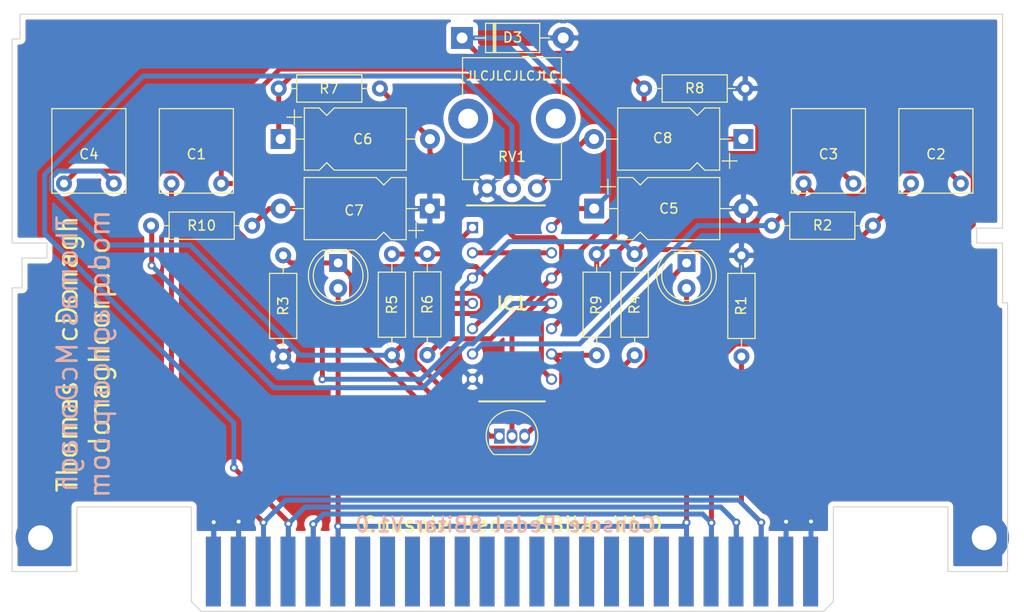
<source format=kicad_pcb>
(kicad_pcb (version 20171130) (host pcbnew "(5.1.7)-1")
  (layers (0 F.Cu signal) (31 B.Cu signal) (34 B.Paste user) (35 F.Paste user) (36 B.SilkS user) (37 F.SilkS user) (38 B.Mask user hide) (39 F.Mask user hide) (44 Edge.Cuts user))
  (net 0 "")
  (net 1 GND)
  (net 2 /LEDPower)
  (net 3 /Input)
  (net 4 /Output)
  (net 5 +9V)
  (net 6 "Net-(D1-Pad1)")
  (net 7 /pin5)
  (net 8 /pin6)
  (net 9 /pin3)
  (net 10 /pin4)
  (net 11 /pin12)
  (net 12 "Net-(C6-Pad1)")
  (net 13 "Net-(C7-Pad2)")
  (net 14 /pin10)
  (net 15 "Net-(C8-Pad2)")
  (net 16 /pin1)
  (net 17 /pin13)
  (net 18 /pin11)
  (net 19 /pin9)
  (module LED_THT:LED_D5.0mm (layer F.Cu) (at 115.25 95 270)
    (fp_text reference D1 hide)
    (fp_text value LED)
    (fp_line (start -1.29 -1.545) (end -1.29 1.545) (layer F.SilkS) (width 0.12))
    (fp_circle (center 1.27 0) (end 3.77 0) (layer F.SilkS) (width 0.12))
    (fp_arc (start 1.27 0) (end -1.29 -1.54483) (angle 148.9) (layer F.SilkS) (width 0.12))
    (fp_arc (start 1.27 0) (end -1.29 1.54483) (angle -148.9) (layer F.SilkS) (width 0.12))
    (pad 1 thru_hole rect (at 0 0 270) (size 1.8 1.8) (drill 0.9) (layers *.Cu *.Mask) (net 6 "Net-(D1-Pad1)"))
    (pad 2 thru_hole circle (at 2.54 0 270) (size 1.8 1.8) (drill 0.9) (layers *.Cu *.Mask) (net 2 /LEDPower))
  )
  (module LED_THT:LED_D5.0mm (layer F.Cu) (at 150.25 95 270)
    (fp_text reference D2 hide)
    (fp_text value LED)
    (fp_circle (center 1.27 0) (end 3.77 0) (layer F.SilkS) (width 0.12))
    (fp_line (start -1.29 -1.545) (end -1.29 1.545) (layer F.SilkS) (width 0.12))
    (fp_arc (start 1.27 0) (end -1.29 1.54483) (angle -148.9) (layer F.SilkS) (width 0.12))
    (fp_arc (start 1.27 0) (end -1.29 -1.54483) (angle 148.9) (layer F.SilkS) (width 0.12))
    (pad 2 thru_hole circle (at 2.54 0 270) (size 1.8 1.8) (drill 0.9) (layers *.Cu *.Mask) (net 2 /LEDPower))
    (pad 1 thru_hole rect (at 0 0 270) (size 1.8 1.8) (drill 0.9) (layers *.Cu *.Mask) (net 6 "Net-(D1-Pad1)"))
  )
  (module libraries:N64-Connector (layer F.Cu) (at 132.715 126)
    (fp_text reference J1 hide)
    (fp_text value Conn_02x25_Counter_Clockwise)
    (pad 1 connect rect (at -30 0) (size 1.5 7) (layers F.Cu F.Mask) (net 1 GND))
    (pad 2 connect rect (at -27.5 0) (size 1.5 7) (layers F.Cu F.Mask) (net 1 GND))
    (pad 3 connect rect (at -25 0) (size 1.5 7) (layers F.Cu F.Mask) (net 3 /Input))
    (pad 4 connect rect (at -22.5 0) (size 1.5 7) (layers F.Cu F.Mask) (net 4 /Output))
    (pad 5 connect rect (at -20 0) (size 1.5 7) (layers F.Cu F.Mask) (net 5 +9V))
    (pad 6 connect rect (at -17.5 0) (size 1.5 7) (layers F.Cu F.Mask) (net 2 /LEDPower))
    (pad 7 connect rect (at -15 0) (size 1.5 7) (layers F.Cu F.Mask))
    (pad 8 connect rect (at -12.5 0) (size 1.5 7) (layers F.Cu F.Mask))
    (pad 9 connect rect (at -10 0) (size 1.5 7) (layers F.Cu F.Mask))
    (pad 10 connect rect (at -7.5 0) (size 1.5 7) (layers F.Cu F.Mask))
    (pad 11 connect rect (at -5 0) (size 1.5 7) (layers F.Cu F.Mask))
    (pad 12 connect rect (at -2.5 0) (size 1.5 7) (layers F.Cu F.Mask))
    (pad 13 connect rect (at 0 0) (size 1.5 7) (layers F.Cu F.Mask))
    (pad 14 connect rect (at 2.5 0) (size 1.5 7) (layers F.Cu F.Mask))
    (pad 15 connect rect (at 5 0) (size 1.5 7) (layers F.Cu F.Mask))
    (pad 16 connect rect (at 7.5 0) (size 1.5 7) (layers F.Cu F.Mask))
    (pad 17 connect rect (at 10 0) (size 1.5 7) (layers F.Cu F.Mask))
    (pad 18 connect rect (at 12.5 0) (size 1.5 7) (layers F.Cu F.Mask))
    (pad 19 connect rect (at 15 0) (size 1.5 7) (layers F.Cu F.Mask))
    (pad 20 connect rect (at 17.5 0) (size 1.5 7) (layers F.Cu F.Mask) (net 2 /LEDPower))
    (pad 21 connect rect (at 20 0) (size 1.5 7) (layers F.Cu F.Mask) (net 5 +9V))
    (pad 22 connect rect (at 22.5 0) (size 1.5 7) (layers F.Cu F.Mask) (net 4 /Output))
    (pad 23 connect rect (at 25 0) (size 1.5 7) (layers F.Cu F.Mask) (net 3 /Input))
    (pad 24 connect rect (at 27.5 0) (size 1.5 7) (layers F.Cu F.Mask) (net 1 GND))
    (pad 25 connect rect (at 30 0) (size 1.5 7) (layers F.Cu F.Mask) (net 1 GND))
    (pad 26 connect rect (at -30 0) (size 1.5 7) (layers B.Cu B.Mask) (net 1 GND))
    (pad 27 connect rect (at -27.5 0) (size 1.5 7) (layers B.Cu B.Mask) (net 1 GND))
    (pad 28 connect rect (at -25 0) (size 1.5 7) (layers B.Cu B.Mask) (net 3 /Input))
    (pad 29 connect rect (at -22.5 0) (size 1.5 7) (layers B.Cu B.Mask) (net 4 /Output))
    (pad 30 connect rect (at -20 0) (size 1.5 7) (layers B.Cu B.Mask) (net 5 +9V))
    (pad 31 connect rect (at -17.5 0) (size 1.5 7) (layers B.Cu B.Mask) (net 2 /LEDPower))
    (pad 32 connect rect (at -15 0) (size 1.5 7) (layers B.Cu B.Mask))
    (pad 33 connect rect (at -12.5 0) (size 1.5 7) (layers B.Cu B.Mask))
    (pad 34 connect rect (at -10 0) (size 1.5 7) (layers B.Cu B.Mask))
    (pad 35 connect rect (at -7.5 0) (size 1.5 7) (layers B.Cu B.Mask))
    (pad 36 connect rect (at -5 0) (size 1.5 7) (layers B.Cu B.Mask))
    (pad 37 connect rect (at -2.5 0) (size 1.5 7) (layers B.Cu B.Mask))
    (pad 38 connect rect (at 0 0) (size 1.5 7) (layers B.Cu B.Mask))
    (pad 39 connect rect (at 2.5 0) (size 1.5 7) (layers B.Cu B.Mask))
    (pad 40 connect rect (at 5 0) (size 1.5 7) (layers B.Cu B.Mask))
    (pad 41 connect rect (at 7.5 0) (size 1.5 7) (layers B.Cu B.Mask))
    (pad 42 connect rect (at 10 0) (size 1.5 7) (layers B.Cu B.Mask))
    (pad 43 connect rect (at 12.5 0) (size 1.5 7) (layers B.Cu B.Mask))
    (pad 44 connect rect (at 15 0) (size 1.5 7) (layers B.Cu B.Mask))
    (pad 45 connect rect (at 17.5 0) (size 1.5 7) (layers B.Cu B.Mask) (net 2 /LEDPower))
    (pad 46 connect rect (at 20 0) (size 1.5 7) (layers B.Cu B.Mask) (net 5 +9V))
    (pad 47 connect rect (at 22.5 0) (size 1.5 7) (layers B.Cu B.Mask) (net 4 /Output))
    (pad 48 connect rect (at 25 0) (size 1.5 7) (layers B.Cu B.Mask) (net 3 /Input))
    (pad 49 connect rect (at 27.5 0) (size 1.5 7) (layers B.Cu B.Mask) (net 1 GND))
    (pad 50 connect rect (at 30 0) (size 1.5 7) (layers B.Cu B.Mask) (net 1 GND))
  )
  (module MountingHole:MountingHole_2.5mm_Pad (layer F.Cu) (at 85.35 122.6)
    (fp_text reference H1 hide)
    (fp_text value MountingHole_Pad)
    (pad 1 thru_hole circle (at 0 0) (size 5 5) (drill 2.5) (layers *.Cu *.Mask) (net 1 GND))
  )
  (module MountingHole:MountingHole_2.5mm_Pad (layer F.Cu) (at 180.15 122.6)
    (fp_text reference H2 hide)
    (fp_text value MountingHole_Pad)
    (pad 1 thru_hole circle (at 0 0) (size 5 5) (drill 2.5) (layers *.Cu *.Mask) (net 1 GND))
  )
  (module Resistor_THT:R_Axial_DIN0207_L6.3mm_D2.5mm_P10.16mm_Horizontal (layer F.Cu) (at 109.728 104.394 90)
    (fp_text reference R3 (at 5.08 0 90) (layer F.SilkS))
    (fp_text value 100K)
    (fp_line (start 9.12 0) (end 8.35 0) (layer F.SilkS) (width 0.12))
    (fp_line (start 1.04 0) (end 1.81 0) (layer F.SilkS) (width 0.12))
    (fp_line (start 8.35 -1.37) (end 1.81 -1.37) (layer F.SilkS) (width 0.12))
    (fp_line (start 8.35 1.37) (end 8.35 -1.37) (layer F.SilkS) (width 0.12))
    (fp_line (start 1.81 1.37) (end 8.35 1.37) (layer F.SilkS) (width 0.12))
    (fp_line (start 1.81 -1.37) (end 1.81 1.37) (layer F.SilkS) (width 0.12))
    (pad 1 thru_hole circle (at 0 0 90) (size 1.6 1.6) (drill 0.8) (layers *.Cu *.Mask) (net 1 GND))
    (pad 2 thru_hole oval (at 10.16 0 90) (size 1.6 1.6) (drill 0.8) (layers *.Cu *.Mask) (net 6 "Net-(D1-Pad1)"))
  )
  (module libraries:C_Flat_L7.2_H6.5 (layer F.Cu) (at 103.505 86.614 180)
    (fp_text reference C1 (at 2.5 2.54) (layer F.SilkS))
    (fp_text value 0.1uF)
    (fp_line (start -1.22 -1.37) (end 6.22 -1.37) (layer F.SilkS) (width 0.12))
    (fp_line (start -1.22 7.12) (end 6.22 7.12) (layer F.SilkS) (width 0.12))
    (fp_line (start -1.22 -1.37) (end -1.22 7.12) (layer F.SilkS) (width 0.12))
    (fp_line (start 6.22 -1.37) (end 6.22 7.12) (layer F.SilkS) (width 0.12))
    (pad 1 thru_hole circle (at 0 -0.4 180) (size 1.6 1.6) (drill 0.8) (layers *.Cu *.Mask) (net 7 /pin5))
    (pad 2 thru_hole circle (at 5 -0.4 180) (size 1.6 1.6) (drill 0.8) (layers *.Cu *.Mask) (net 3 /Input))
  )
  (module libraries:C_Flat_L7.2_H6.5 (layer F.Cu) (at 177.8 86.614 180)
    (fp_text reference C2 (at 2.5 2.54) (layer F.SilkS))
    (fp_text value 2200pF)
    (fp_line (start 6.22 -1.37) (end 6.22 7.12) (layer F.SilkS) (width 0.12))
    (fp_line (start -1.22 -1.37) (end -1.22 7.12) (layer F.SilkS) (width 0.12))
    (fp_line (start -1.22 7.12) (end 6.22 7.12) (layer F.SilkS) (width 0.12))
    (fp_line (start -1.22 -1.37) (end 6.22 -1.37) (layer F.SilkS) (width 0.12))
    (pad 2 thru_hole circle (at 5 -0.4 180) (size 1.6 1.6) (drill 0.8) (layers *.Cu *.Mask) (net 7 /pin5))
    (pad 1 thru_hole circle (at 0 -0.4 180) (size 1.6 1.6) (drill 0.8) (layers *.Cu *.Mask) (net 8 /pin6))
  )
  (module libraries:C_Flat_L7.2_H6.5 (layer F.Cu) (at 167.005 86.614 180)
    (fp_text reference C3 (at 2.5 2.54) (layer F.SilkS))
    (fp_text value 0.1uF)
    (fp_line (start -1.22 -1.37) (end 6.22 -1.37) (layer F.SilkS) (width 0.12))
    (fp_line (start -1.22 7.12) (end 6.22 7.12) (layer F.SilkS) (width 0.12))
    (fp_line (start -1.22 -1.37) (end -1.22 7.12) (layer F.SilkS) (width 0.12))
    (fp_line (start 6.22 -1.37) (end 6.22 7.12) (layer F.SilkS) (width 0.12))
    (pad 1 thru_hole circle (at 0 -0.4 180) (size 1.6 1.6) (drill 0.8) (layers *.Cu *.Mask) (net 9 /pin3))
    (pad 2 thru_hole circle (at 5 -0.4 180) (size 1.6 1.6) (drill 0.8) (layers *.Cu *.Mask) (net 8 /pin6))
  )
  (module libraries:C_Flat_L7.2_H6.5 (layer F.Cu) (at 92.71 86.614 180)
    (fp_text reference C4 (at 2.5 2.54) (layer F.SilkS))
    (fp_text value 4700pF)
    (fp_line (start 6.22 -1.37) (end 6.22 7.12) (layer F.SilkS) (width 0.12))
    (fp_line (start -1.22 -1.37) (end -1.22 7.12) (layer F.SilkS) (width 0.12))
    (fp_line (start -1.22 7.12) (end 6.22 7.12) (layer F.SilkS) (width 0.12))
    (fp_line (start -1.22 -1.37) (end 6.22 -1.37) (layer F.SilkS) (width 0.12))
    (pad 2 thru_hole circle (at 5 -0.4 180) (size 1.6 1.6) (drill 0.8) (layers *.Cu *.Mask) (net 9 /pin3))
    (pad 1 thru_hole circle (at 0 -0.4 180) (size 1.6 1.6) (drill 0.8) (layers *.Cu *.Mask) (net 10 /pin4))
  )
  (module Capacitor_THT:CP_Axial_L10.0mm_D6.0mm_P15.00mm_Horizontal (layer F.Cu) (at 140.97 89.535)
    (fp_text reference C5 (at 7.5 0) (layer F.SilkS))
    (fp_text value 10uF)
    (fp_line (start 0.63 -2.2) (end 2.13 -2.2) (layer F.SilkS) (width 0.12))
    (fp_line (start 1.38 -2.95) (end 1.38 -1.45) (layer F.SilkS) (width 0.12))
    (fp_line (start 2.38 -3.12) (end 2.38 3.12) (layer F.SilkS) (width 0.12))
    (fp_line (start 12.62 -3.12) (end 12.62 3.12) (layer F.SilkS) (width 0.12))
    (fp_line (start 2.38 -3.12) (end 3.88 -3.12) (layer F.SilkS) (width 0.12))
    (fp_line (start 3.88 -3.12) (end 4.63 -2.37) (layer F.SilkS) (width 0.12))
    (fp_line (start 4.63 -2.37) (end 5.38 -3.12) (layer F.SilkS) (width 0.12))
    (fp_line (start 5.38 -3.12) (end 12.62 -3.12) (layer F.SilkS) (width 0.12))
    (fp_line (start 2.38 3.12) (end 3.88 3.12) (layer F.SilkS) (width 0.12))
    (fp_line (start 3.88 3.12) (end 4.63 2.37) (layer F.SilkS) (width 0.12))
    (fp_line (start 4.63 2.37) (end 5.38 3.12) (layer F.SilkS) (width 0.12))
    (fp_line (start 5.38 3.12) (end 12.62 3.12) (layer F.SilkS) (width 0.12))
    (fp_line (start 1.24 0) (end 2.38 0) (layer F.SilkS) (width 0.12))
    (fp_line (start 13.76 0) (end 12.62 0) (layer F.SilkS) (width 0.12))
    (pad 2 thru_hole oval (at 15 0) (size 2 2) (drill 1) (layers *.Cu *.Mask) (net 1 GND))
    (pad 1 thru_hole rect (at 0 0) (size 2 2) (drill 1) (layers *.Cu *.Mask) (net 5 +9V))
  )
  (module Capacitor_THT:CP_Axial_L10.0mm_D6.0mm_P15.00mm_Horizontal (layer F.Cu) (at 109.474 82.55)
    (fp_text reference C6 (at 8.255 0) (layer F.SilkS))
    (fp_text value 100pF)
    (fp_line (start 0.63 -2.2) (end 2.13 -2.2) (layer F.SilkS) (width 0.12))
    (fp_line (start 1.38 -2.95) (end 1.38 -1.45) (layer F.SilkS) (width 0.12))
    (fp_line (start 2.38 -3.12) (end 2.38 3.12) (layer F.SilkS) (width 0.12))
    (fp_line (start 12.62 -3.12) (end 12.62 3.12) (layer F.SilkS) (width 0.12))
    (fp_line (start 2.38 -3.12) (end 3.88 -3.12) (layer F.SilkS) (width 0.12))
    (fp_line (start 3.88 -3.12) (end 4.63 -2.37) (layer F.SilkS) (width 0.12))
    (fp_line (start 4.63 -2.37) (end 5.38 -3.12) (layer F.SilkS) (width 0.12))
    (fp_line (start 5.38 -3.12) (end 12.62 -3.12) (layer F.SilkS) (width 0.12))
    (fp_line (start 2.38 3.12) (end 3.88 3.12) (layer F.SilkS) (width 0.12))
    (fp_line (start 3.88 3.12) (end 4.63 2.37) (layer F.SilkS) (width 0.12))
    (fp_line (start 4.63 2.37) (end 5.38 3.12) (layer F.SilkS) (width 0.12))
    (fp_line (start 5.38 3.12) (end 12.62 3.12) (layer F.SilkS) (width 0.12))
    (fp_line (start 1.24 0) (end 2.38 0) (layer F.SilkS) (width 0.12))
    (fp_line (start 13.76 0) (end 12.62 0) (layer F.SilkS) (width 0.12))
    (pad 2 thru_hole oval (at 15 0) (size 2 2) (drill 1) (layers *.Cu *.Mask) (net 11 /pin12))
    (pad 1 thru_hole rect (at 0 0) (size 2 2) (drill 1) (layers *.Cu *.Mask) (net 12 "Net-(C6-Pad1)"))
  )
  (module Capacitor_THT:CP_Axial_L10.0mm_D6.0mm_P15.00mm_Horizontal (layer F.Cu) (at 124.46 89.535 180)
    (fp_text reference C7 (at 7.614999 -0.188001) (layer F.SilkS))
    (fp_text value 1000pF)
    (fp_line (start 13.76 0) (end 12.62 0) (layer F.SilkS) (width 0.12))
    (fp_line (start 1.24 0) (end 2.38 0) (layer F.SilkS) (width 0.12))
    (fp_line (start 5.38 3.12) (end 12.62 3.12) (layer F.SilkS) (width 0.12))
    (fp_line (start 4.63 2.37) (end 5.38 3.12) (layer F.SilkS) (width 0.12))
    (fp_line (start 3.88 3.12) (end 4.63 2.37) (layer F.SilkS) (width 0.12))
    (fp_line (start 2.38 3.12) (end 3.88 3.12) (layer F.SilkS) (width 0.12))
    (fp_line (start 5.38 -3.12) (end 12.62 -3.12) (layer F.SilkS) (width 0.12))
    (fp_line (start 4.63 -2.37) (end 5.38 -3.12) (layer F.SilkS) (width 0.12))
    (fp_line (start 3.88 -3.12) (end 4.63 -2.37) (layer F.SilkS) (width 0.12))
    (fp_line (start 2.38 -3.12) (end 3.88 -3.12) (layer F.SilkS) (width 0.12))
    (fp_line (start 12.62 -3.12) (end 12.62 3.12) (layer F.SilkS) (width 0.12))
    (fp_line (start 2.38 -3.12) (end 2.38 3.12) (layer F.SilkS) (width 0.12))
    (fp_line (start 1.38 -2.95) (end 1.38 -1.45) (layer F.SilkS) (width 0.12))
    (fp_line (start 0.63 -2.2) (end 2.13 -2.2) (layer F.SilkS) (width 0.12))
    (pad 1 thru_hole rect (at 0 0 180) (size 2 2) (drill 1) (layers *.Cu *.Mask) (net 1 GND))
    (pad 2 thru_hole oval (at 15 0 180) (size 2 2) (drill 1) (layers *.Cu *.Mask) (net 13 "Net-(C7-Pad2)"))
  )
  (module Capacitor_THT:CP_Axial_L10.0mm_D6.0mm_P15.00mm_Horizontal (layer F.Cu) (at 155.956 82.55 180)
    (fp_text reference C8 (at 8.104999 0.096999) (layer F.SilkS))
    (fp_text value 10uF)
    (fp_line (start 13.76 0) (end 12.62 0) (layer F.SilkS) (width 0.12))
    (fp_line (start 1.24 0) (end 2.38 0) (layer F.SilkS) (width 0.12))
    (fp_line (start 5.38 3.12) (end 12.62 3.12) (layer F.SilkS) (width 0.12))
    (fp_line (start 4.63 2.37) (end 5.38 3.12) (layer F.SilkS) (width 0.12))
    (fp_line (start 3.88 3.12) (end 4.63 2.37) (layer F.SilkS) (width 0.12))
    (fp_line (start 2.38 3.12) (end 3.88 3.12) (layer F.SilkS) (width 0.12))
    (fp_line (start 5.38 -3.12) (end 12.62 -3.12) (layer F.SilkS) (width 0.12))
    (fp_line (start 4.63 -2.37) (end 5.38 -3.12) (layer F.SilkS) (width 0.12))
    (fp_line (start 3.88 -3.12) (end 4.63 -2.37) (layer F.SilkS) (width 0.12))
    (fp_line (start 2.38 -3.12) (end 3.88 -3.12) (layer F.SilkS) (width 0.12))
    (fp_line (start 12.62 -3.12) (end 12.62 3.12) (layer F.SilkS) (width 0.12))
    (fp_line (start 2.38 -3.12) (end 2.38 3.12) (layer F.SilkS) (width 0.12))
    (fp_line (start 1.38 -2.95) (end 1.38 -1.45) (layer F.SilkS) (width 0.12))
    (fp_line (start 0.63 -2.2) (end 2.13 -2.2) (layer F.SilkS) (width 0.12))
    (pad 1 thru_hole rect (at 0 0 180) (size 2 2) (drill 1) (layers *.Cu *.Mask) (net 14 /pin10))
    (pad 2 thru_hole oval (at 15 0 180) (size 2 2) (drill 1) (layers *.Cu *.Mask) (net 15 "Net-(C8-Pad2)"))
  )
  (module Diode_THT:D_DO-41_SOD81_P10.16mm_Horizontal (layer F.Cu) (at 127.6985 72.39)
    (fp_text reference D3 (at 5.08 -0.050201) (layer F.SilkS))
    (fp_text value 1N4001)
    (fp_line (start 3.14 -1.47) (end 3.14 1.47) (layer F.SilkS) (width 0.12))
    (fp_line (start 3.38 -1.47) (end 3.38 1.47) (layer F.SilkS) (width 0.12))
    (fp_line (start 3.26 -1.47) (end 3.26 1.47) (layer F.SilkS) (width 0.12))
    (fp_line (start 8.82 0) (end 7.8 0) (layer F.SilkS) (width 0.12))
    (fp_line (start 1.34 0) (end 2.36 0) (layer F.SilkS) (width 0.12))
    (fp_line (start 7.8 -1.47) (end 2.36 -1.47) (layer F.SilkS) (width 0.12))
    (fp_line (start 7.8 1.47) (end 7.8 -1.47) (layer F.SilkS) (width 0.12))
    (fp_line (start 2.36 1.47) (end 7.8 1.47) (layer F.SilkS) (width 0.12))
    (fp_line (start 2.36 -1.47) (end 2.36 1.47) (layer F.SilkS) (width 0.12))
    (pad 1 thru_hole rect (at 0 0) (size 2.2 2.2) (drill 1.1) (layers *.Cu *.Mask) (net 5 +9V))
    (pad 2 thru_hole oval (at 10.16 0) (size 2.2 2.2) (drill 1.1) (layers *.Cu *.Mask) (net 1 GND))
  )
  (module SamacSys_Parts:DIP794W53P254L1930H508Q14N (layer F.Cu) (at 132.715 99.06)
    (fp_text reference IC1 (at 0 0) (layer F.SilkS) (effects (font (size 1.27 1.27) (thickness 0.254))))
    (fp_text value CD4069UBE hide)
    (fp_line (start -3.3 9.845) (end 3.3 9.845) (layer F.SilkS) (width 0.2))
    (fp_line (start -4.535 -9.845) (end 3.3 -9.845) (layer F.SilkS) (width 0.2))
    (pad 1 thru_hole rect (at -3.97 -7.62) (size 1.13 1.13) (drill 0.73) (layers *.Cu *.Mask) (net 16 /pin1))
    (pad 2 thru_hole circle (at -3.97 -5.08) (size 1.13 1.13) (drill 0.73) (layers *.Cu *.Mask) (net 17 /pin13))
    (pad 3 thru_hole circle (at -3.97 -2.54) (size 1.13 1.13) (drill 0.73) (layers *.Cu *.Mask) (net 9 /pin3))
    (pad 4 thru_hole circle (at -3.97 0) (size 1.13 1.13) (drill 0.73) (layers *.Cu *.Mask) (net 10 /pin4))
    (pad 5 thru_hole circle (at -3.97 2.54) (size 1.13 1.13) (drill 0.73) (layers *.Cu *.Mask) (net 7 /pin5))
    (pad 6 thru_hole circle (at -3.97 5.08) (size 1.13 1.13) (drill 0.73) (layers *.Cu *.Mask) (net 8 /pin6))
    (pad 7 thru_hole circle (at -3.97 7.62) (size 1.13 1.13) (drill 0.73) (layers *.Cu *.Mask) (net 1 GND))
    (pad 8 thru_hole circle (at 3.97 7.62) (size 1.13 1.13) (drill 0.73) (layers *.Cu *.Mask) (net 18 /pin11))
    (pad 9 thru_hole circle (at 3.97 5.08) (size 1.13 1.13) (drill 0.73) (layers *.Cu *.Mask) (net 19 /pin9))
    (pad 10 thru_hole circle (at 3.97 2.54) (size 1.13 1.13) (drill 0.73) (layers *.Cu *.Mask) (net 14 /pin10))
    (pad 11 thru_hole circle (at 3.97 0) (size 1.13 1.13) (drill 0.73) (layers *.Cu *.Mask) (net 18 /pin11))
    (pad 12 thru_hole circle (at 3.97 -2.54) (size 1.13 1.13) (drill 0.73) (layers *.Cu *.Mask) (net 11 /pin12))
    (pad 13 thru_hole circle (at 3.97 -5.08) (size 1.13 1.13) (drill 0.73) (layers *.Cu *.Mask) (net 17 /pin13))
    (pad 14 thru_hole circle (at 3.97 -7.62) (size 1.13 1.13) (drill 0.73) (layers *.Cu *.Mask) (net 5 +9V))
  )
  (module Package_TO_SOT_THT:TO-92_Inline (layer F.Cu) (at 131.445 112.395)
    (fp_text reference Q1 hide)
    (fp_text value 2N3904)
    (fp_line (start -0.53 1.85) (end 3.07 1.85) (layer F.SilkS) (width 0.12))
    (fp_arc (start 1.27 0) (end 1.27 -2.6) (angle -135) (layer F.SilkS) (width 0.12))
    (fp_arc (start 1.27 0) (end 1.27 -2.6) (angle 135) (layer F.SilkS) (width 0.12))
    (pad 2 thru_hole oval (at 1.27 0) (size 1.05 1.5) (drill 0.75) (layers *.Cu *.Mask) (net 12 "Net-(C6-Pad1)"))
    (pad 3 thru_hole oval (at 2.54 0) (size 1.05 1.5) (drill 0.75) (layers *.Cu *.Mask) (net 19 /pin9))
    (pad 1 thru_hole rect (at 0 0) (size 1.05 1.5) (drill 0.75) (layers *.Cu *.Mask) (net 13 "Net-(C7-Pad2)"))
  )
  (module Resistor_THT:R_Axial_DIN0207_L6.3mm_D2.5mm_P10.16mm_Horizontal (layer F.Cu) (at 155.7655 104.394 90)
    (fp_text reference R1 (at 5.096599 -0.034601 90) (layer F.SilkS))
    (fp_text value 1M)
    (fp_line (start 9.12 0) (end 8.35 0) (layer F.SilkS) (width 0.12))
    (fp_line (start 1.04 0) (end 1.81 0) (layer F.SilkS) (width 0.12))
    (fp_line (start 8.35 -1.37) (end 1.81 -1.37) (layer F.SilkS) (width 0.12))
    (fp_line (start 8.35 1.37) (end 8.35 -1.37) (layer F.SilkS) (width 0.12))
    (fp_line (start 1.81 1.37) (end 8.35 1.37) (layer F.SilkS) (width 0.12))
    (fp_line (start 1.81 -1.37) (end 1.81 1.37) (layer F.SilkS) (width 0.12))
    (pad 1 thru_hole circle (at 0 0 90) (size 1.6 1.6) (drill 0.8) (layers *.Cu *.Mask) (net 3 /Input))
    (pad 2 thru_hole oval (at 10.16 0 90) (size 1.6 1.6) (drill 0.8) (layers *.Cu *.Mask) (net 1 GND))
  )
  (module Resistor_THT:R_Axial_DIN0207_L6.3mm_D2.5mm_P10.16mm_Horizontal (layer F.Cu) (at 158.8135 91.2495)
    (fp_text reference R2 (at 5.096199 -0.034601) (layer F.SilkS))
    (fp_text value 1M)
    (fp_line (start 9.12 0) (end 8.35 0) (layer F.SilkS) (width 0.12))
    (fp_line (start 1.04 0) (end 1.81 0) (layer F.SilkS) (width 0.12))
    (fp_line (start 8.35 -1.37) (end 1.81 -1.37) (layer F.SilkS) (width 0.12))
    (fp_line (start 8.35 1.37) (end 8.35 -1.37) (layer F.SilkS) (width 0.12))
    (fp_line (start 1.81 1.37) (end 8.35 1.37) (layer F.SilkS) (width 0.12))
    (fp_line (start 1.81 -1.37) (end 1.81 1.37) (layer F.SilkS) (width 0.12))
    (pad 1 thru_hole circle (at 0 0) (size 1.6 1.6) (drill 0.8) (layers *.Cu *.Mask) (net 8 /pin6))
    (pad 2 thru_hole oval (at 10.16 0) (size 1.6 1.6) (drill 0.8) (layers *.Cu *.Mask) (net 7 /pin5))
  )
  (module Resistor_THT:R_Axial_DIN0207_L6.3mm_D2.5mm_P10.16mm_Horizontal (layer F.Cu) (at 145.034 104.267 90)
    (fp_text reference R4 (at 5.08 -0.020601 90) (layer F.SilkS))
    (fp_text value 1M)
    (fp_line (start 1.81 -1.37) (end 1.81 1.37) (layer F.SilkS) (width 0.12))
    (fp_line (start 1.81 1.37) (end 8.35 1.37) (layer F.SilkS) (width 0.12))
    (fp_line (start 8.35 1.37) (end 8.35 -1.37) (layer F.SilkS) (width 0.12))
    (fp_line (start 8.35 -1.37) (end 1.81 -1.37) (layer F.SilkS) (width 0.12))
    (fp_line (start 1.04 0) (end 1.81 0) (layer F.SilkS) (width 0.12))
    (fp_line (start 9.12 0) (end 8.35 0) (layer F.SilkS) (width 0.12))
    (pad 2 thru_hole oval (at 10.16 0 90) (size 1.6 1.6) (drill 0.8) (layers *.Cu *.Mask) (net 9 /pin3))
    (pad 1 thru_hole circle (at 0 0 90) (size 1.6 1.6) (drill 0.8) (layers *.Cu *.Mask) (net 10 /pin4))
  )
  (module Resistor_THT:R_Axial_DIN0207_L6.3mm_D2.5mm_P10.16mm_Horizontal (layer F.Cu) (at 120.65 94.107 270)
    (fp_text reference R5 (at 5.08 -0.001001 90) (layer F.SilkS))
    (fp_text value 47K)
    (fp_line (start 9.12 0) (end 8.35 0) (layer F.SilkS) (width 0.12))
    (fp_line (start 1.04 0) (end 1.81 0) (layer F.SilkS) (width 0.12))
    (fp_line (start 8.35 -1.37) (end 1.81 -1.37) (layer F.SilkS) (width 0.12))
    (fp_line (start 8.35 1.37) (end 8.35 -1.37) (layer F.SilkS) (width 0.12))
    (fp_line (start 1.81 1.37) (end 8.35 1.37) (layer F.SilkS) (width 0.12))
    (fp_line (start 1.81 -1.37) (end 1.81 1.37) (layer F.SilkS) (width 0.12))
    (pad 1 thru_hole circle (at 0 0 270) (size 1.6 1.6) (drill 0.8) (layers *.Cu *.Mask) (net 16 /pin1))
    (pad 2 thru_hole oval (at 10.16 0 270) (size 1.6 1.6) (drill 0.8) (layers *.Cu *.Mask) (net 10 /pin4))
  )
  (module Resistor_THT:R_Axial_DIN0207_L6.3mm_D2.5mm_P10.16mm_Horizontal (layer F.Cu) (at 124.206 104.2416 90)
    (fp_text reference R6 (at 5.08 0.012999 90) (layer F.SilkS))
    (fp_text value 1M)
    (fp_line (start 1.81 -1.37) (end 1.81 1.37) (layer F.SilkS) (width 0.12))
    (fp_line (start 1.81 1.37) (end 8.35 1.37) (layer F.SilkS) (width 0.12))
    (fp_line (start 8.35 1.37) (end 8.35 -1.37) (layer F.SilkS) (width 0.12))
    (fp_line (start 8.35 -1.37) (end 1.81 -1.37) (layer F.SilkS) (width 0.12))
    (fp_line (start 1.04 0) (end 1.81 0) (layer F.SilkS) (width 0.12))
    (fp_line (start 9.12 0) (end 8.35 0) (layer F.SilkS) (width 0.12))
    (pad 2 thru_hole oval (at 10.16 0 90) (size 1.6 1.6) (drill 0.8) (layers *.Cu *.Mask) (net 16 /pin1))
    (pad 1 thru_hole circle (at 0 0 90) (size 1.6 1.6) (drill 0.8) (layers *.Cu *.Mask) (net 11 /pin12))
  )
  (module Resistor_THT:R_Axial_DIN0207_L6.3mm_D2.5mm_P10.16mm_Horizontal (layer F.Cu) (at 119.4435 77.47 180)
    (fp_text reference R7 (at 5.107799 -0.006601) (layer F.SilkS))
    (fp_text value 10K)
    (fp_line (start 9.12 0) (end 8.35 0) (layer F.SilkS) (width 0.12))
    (fp_line (start 1.04 0) (end 1.81 0) (layer F.SilkS) (width 0.12))
    (fp_line (start 8.35 -1.37) (end 1.81 -1.37) (layer F.SilkS) (width 0.12))
    (fp_line (start 8.35 1.37) (end 8.35 -1.37) (layer F.SilkS) (width 0.12))
    (fp_line (start 1.81 1.37) (end 8.35 1.37) (layer F.SilkS) (width 0.12))
    (fp_line (start 1.81 -1.37) (end 1.81 1.37) (layer F.SilkS) (width 0.12))
    (pad 1 thru_hole circle (at 0 0 180) (size 1.6 1.6) (drill 0.8) (layers *.Cu *.Mask) (net 11 /pin12))
    (pad 2 thru_hole oval (at 10.16 0 180) (size 1.6 1.6) (drill 0.8) (layers *.Cu *.Mask) (net 12 "Net-(C6-Pad1)"))
  )
  (module Resistor_THT:R_Axial_DIN0207_L6.3mm_D2.5mm_P10.16mm_Horizontal (layer F.Cu) (at 145.9865 77.47)
    (fp_text reference R8 (at 5.08 -0.020601) (layer F.SilkS))
    (fp_text value 10K)
    (fp_line (start 9.12 0) (end 8.35 0) (layer F.SilkS) (width 0.12))
    (fp_line (start 1.04 0) (end 1.81 0) (layer F.SilkS) (width 0.12))
    (fp_line (start 8.35 -1.37) (end 1.81 -1.37) (layer F.SilkS) (width 0.12))
    (fp_line (start 8.35 1.37) (end 8.35 -1.37) (layer F.SilkS) (width 0.12))
    (fp_line (start 1.81 1.37) (end 8.35 1.37) (layer F.SilkS) (width 0.12))
    (fp_line (start 1.81 -1.37) (end 1.81 1.37) (layer F.SilkS) (width 0.12))
    (pad 1 thru_hole circle (at 0 0) (size 1.6 1.6) (drill 0.8) (layers *.Cu *.Mask) (net 12 "Net-(C6-Pad1)"))
    (pad 2 thru_hole oval (at 10.16 0) (size 1.6 1.6) (drill 0.8) (layers *.Cu *.Mask) (net 1 GND))
  )
  (module Resistor_THT:R_Axial_DIN0207_L6.3mm_D2.5mm_P10.16mm_Horizontal (layer F.Cu) (at 141.224 94.107 270)
    (fp_text reference R9 (at 5.120499 0.045499 90) (layer F.SilkS))
    (fp_text value 10K)
    (fp_line (start 1.81 -1.37) (end 1.81 1.37) (layer F.SilkS) (width 0.12))
    (fp_line (start 1.81 1.37) (end 8.35 1.37) (layer F.SilkS) (width 0.12))
    (fp_line (start 8.35 1.37) (end 8.35 -1.37) (layer F.SilkS) (width 0.12))
    (fp_line (start 8.35 -1.37) (end 1.81 -1.37) (layer F.SilkS) (width 0.12))
    (fp_line (start 1.04 0) (end 1.81 0) (layer F.SilkS) (width 0.12))
    (fp_line (start 9.12 0) (end 8.35 0) (layer F.SilkS) (width 0.12))
    (pad 2 thru_hole oval (at 10.16 0 270) (size 1.6 1.6) (drill 0.8) (layers *.Cu *.Mask) (net 19 /pin9))
    (pad 1 thru_hole circle (at 0 0 270) (size 1.6 1.6) (drill 0.8) (layers *.Cu *.Mask) (net 14 /pin10))
  )
  (module Resistor_THT:R_Axial_DIN0207_L6.3mm_D2.5mm_P10.16mm_Horizontal (layer F.Cu) (at 106.6165 91.2495 180)
    (fp_text reference R10 (at 5.08 0.012999) (layer F.SilkS))
    (fp_text value 100K)
    (fp_line (start 1.81 -1.37) (end 1.81 1.37) (layer F.SilkS) (width 0.12))
    (fp_line (start 1.81 1.37) (end 8.35 1.37) (layer F.SilkS) (width 0.12))
    (fp_line (start 8.35 1.37) (end 8.35 -1.37) (layer F.SilkS) (width 0.12))
    (fp_line (start 8.35 -1.37) (end 1.81 -1.37) (layer F.SilkS) (width 0.12))
    (fp_line (start 1.04 0) (end 1.81 0) (layer F.SilkS) (width 0.12))
    (fp_line (start 9.12 0) (end 8.35 0) (layer F.SilkS) (width 0.12))
    (pad 2 thru_hole oval (at 10.16 0 180) (size 1.6 1.6) (drill 0.8) (layers *.Cu *.Mask) (net 18 /pin11))
    (pad 1 thru_hole circle (at 0 0 180) (size 1.6 1.6) (drill 0.8) (layers *.Cu *.Mask) (net 13 "Net-(C7-Pad2)"))
  )
  (module Potentiometer_THT:Potentiometer_Bourns_PTV09A-1_Single_Vertical (layer F.Cu) (at 135.215 87.5 90)
    (fp_text reference RV1 (at 3.172 -2.5 180) (layer F.SilkS))
    (fp_text value A10K)
    (fp_line (start 13.12 -7.47) (end 13.12 2.47) (layer F.SilkS) (width 0.12))
    (fp_line (start 0.88 0.87) (end 0.88 2.47) (layer F.SilkS) (width 0.12))
    (fp_line (start 0.88 -1.629) (end 0.88 -0.87) (layer F.SilkS) (width 0.12))
    (fp_line (start 0.88 -4.129) (end 0.88 -3.37) (layer F.SilkS) (width 0.12))
    (fp_line (start 0.88 -7.47) (end 0.88 -5.871) (layer F.SilkS) (width 0.12))
    (fp_line (start 9.255 2.47) (end 13.12 2.47) (layer F.SilkS) (width 0.12))
    (fp_line (start 0.88 2.47) (end 4.745 2.47) (layer F.SilkS) (width 0.12))
    (fp_line (start 9.255 -7.47) (end 13.12 -7.47) (layer F.SilkS) (width 0.12))
    (fp_line (start 0.88 -7.47) (end 4.745 -7.47) (layer F.SilkS) (width 0.12))
    (pad 3 thru_hole circle (at 0 -5 90) (size 1.8 1.8) (drill 1) (layers *.Cu *.Mask) (net 1 GND))
    (pad 2 thru_hole circle (at 0 -2.5 90) (size 1.8 1.8) (drill 1) (layers *.Cu *.Mask) (net 4 /Output))
    (pad 1 thru_hole circle (at 0 0 90) (size 1.8 1.8) (drill 1) (layers *.Cu *.Mask) (net 15 "Net-(C8-Pad2)"))
    (pad "" np_thru_hole circle (at 7 -6.9 90) (size 4 4) (drill 2) (layers *.Cu *.Mask))
    (pad "" np_thru_hole circle (at 7 1.9 90) (size 4 4) (drill 2) (layers *.Cu *.Mask))
  )
  (gr_text JLCJLCJLCJLC (at 132.715 76.2) (layer F.SilkS) (effects (font (size 0.9 0.9))))
  (gr_line (start 182 70) (end 83.3 70) (layer Edge.Cuts) (width 0.1))
  (gr_line (start 182 70) (end 182 91.5) (layer Edge.Cuts) (width 0.1))
  (gr_line (start 182 91.5) (end 179.4 91.5) (layer Edge.Cuts) (width 0.1))
  (gr_line (start 179.4 93) (end 179.4 91.5) (layer Edge.Cuts) (width 0.1))
  (gr_line (start 182 93) (end 179.4 93) (layer Edge.Cuts) (width 0.1))
  (gr_line (start 83.3 72.5) (end 83.3 70) (layer Edge.Cuts) (width 0.1))
  (gr_line (start 82.5 72.5) (end 83.3 72.5) (layer Edge.Cuts) (width 0.1))
  (gr_line (start 82.5 93) (end 82.5 72.5) (layer Edge.Cuts) (width 0.1))
  (gr_line (start 86 93) (end 82.5 93) (layer Edge.Cuts) (width 0.1))
  (gr_text "Console Pedal 8Bitar V1.0" (at 132.08 121.285) (layer B.SilkS) (effects (font (size 1.5 1.5) (thickness 0.25)) (justify mirror)))
  (gr_text "Console Pedal 8Bitar V1.0" (at 132.715 121.285) (layer F.SilkS) (effects (font (size 1.5 1.5) (thickness 0.25))))
  (gr_text "Thomas McDonagh\nmcdonaghcorp.com" (at 89.662 104.14 90) (layer B.SilkS) (effects (font (size 2 2) (thickness 0.25)) (justify mirror)))
  (gr_text "Thomas McDonagh\nmcdonaghcorp.com" (at 89.662 104.14 90) (layer F.SilkS) (effects (font (size 2 2) (thickness 0.25))))
  (gr_line (start 182 93) (end 182 99) (layer Edge.Cuts) (width 0.1))
  (gr_line (start 182.5 99) (end 182 99) (layer Edge.Cuts) (width 0.1))
  (gr_line (start 182.5 126) (end 182.5 99) (layer Edge.Cuts) (width 0.1))
  (gr_line (start 182.5 126) (end 176.5 126) (layer Edge.Cuts) (width 0.1))
  (gr_line (start 176.5 119.5) (end 176.5 126) (layer Edge.Cuts) (width 0.1))
  (gr_line (start 176.5 119.5) (end 165 119.5) (layer Edge.Cuts) (width 0.1))
  (gr_line (start 165 129) (end 165 119.5) (layer Edge.Cuts) (width 0.1))
  (gr_line (start 165 129) (end 164 130) (layer Edge.Cuts) (width 0.1))
  (gr_line (start 86 94.5) (end 86 93) (layer Edge.Cuts) (width 0.1))
  (gr_line (start 83.5 94.5) (end 86 94.5) (layer Edge.Cuts) (width 0.1))
  (gr_line (start 83.5 97.5) (end 83.5 94.5) (layer Edge.Cuts) (width 0.1))
  (gr_line (start 82.5 97.5) (end 83.5 97.5) (layer Edge.Cuts) (width 0.1))
  (gr_line (start 82.5 126) (end 82.5 97.5) (layer Edge.Cuts) (width 0.1))
  (gr_line (start 89 126) (end 82.5 126) (layer Edge.Cuts) (width 0.1))
  (gr_line (start 89 119.5) (end 89 126) (layer Edge.Cuts) (width 0.1))
  (gr_line (start 100.5 119.5) (end 89 119.5) (layer Edge.Cuts) (width 0.1))
  (gr_line (start 100.5 129) (end 100.5 119.5) (layer Edge.Cuts) (width 0.1))
  (gr_line (start 100.5 129) (end 101.5 130) (layer Edge.Cuts) (width 0.1))
  (gr_line (start 164 130) (end 101.5 130) (layer Edge.Cuts) (width 0.1))
  (segment (start 105.25 126) (end 105.25 120.979) (width 0.5) (layer F.Cu) (net 1))
  (via (at 105.25 120.979) (size 0.8) (drill 0.4) (layers F.Cu B.Cu) (net 1))
  (segment (start 105.25 126) (end 105.25 120.979) (width 0.5) (layer B.Cu) (net 1))
  (segment (start 160.25 126) (end 160.25 120.988) (width 0.5) (layer F.Cu) (net 1))
  (via (at 160.25 120.988) (size 0.8) (drill 0.4) (layers F.Cu B.Cu) (net 1))
  (segment (start 160.25 126) (end 160.25 120.988) (width 0.5) (layer B.Cu) (net 1))
  (segment (start 157.384969 118.122969) (end 160.25 120.988) (width 0.5) (layer B.Cu) (net 1))
  (segment (start 108.106031 118.122969) (end 157.384969 118.122969) (width 0.5) (layer B.Cu) (net 1))
  (segment (start 105.25 120.979) (end 108.106031 118.122969) (width 0.5) (layer B.Cu) (net 1))
  (segment (start 102.75 126) (end 102.75 121.038) (width 0.5) (layer F.Cu) (net 1))
  (via (at 102.75 121.038) (size 0.8) (drill 0.4) (layers F.Cu B.Cu) (net 1))
  (segment (start 102.75 126) (end 102.75 121.038) (width 0.5) (layer B.Cu) (net 1))
  (segment (start 162.75 126) (end 162.75 120.967) (width 0.5) (layer F.Cu) (net 1))
  (via (at 162.75 120.967) (size 0.8) (drill 0.4) (layers F.Cu B.Cu) (net 1))
  (segment (start 162.75 120.967) (end 162.75 126) (width 0.5) (layer B.Cu) (net 1))
  (segment (start 162.729 120.988) (end 162.75 120.967) (width 0.5) (layer B.Cu) (net 1))
  (segment (start 160.25 120.988) (end 162.729 120.988) (width 0.5) (layer B.Cu) (net 1))
  (segment (start 105.191 121.038) (end 105.25 120.979) (width 0.5) (layer B.Cu) (net 1))
  (segment (start 102.75 121.038) (end 105.191 121.038) (width 0.5) (layer B.Cu) (net 1))
  (segment (start 115.25 126) (end 115.25 121.454) (width 0.5) (layer F.Cu) (net 2))
  (via (at 115.25 121.454) (size 0.8) (drill 0.4) (layers F.Cu B.Cu) (net 2))
  (segment (start 115.25 126) (end 115.25 121.454) (width 0.5) (layer B.Cu) (net 2))
  (segment (start 150.25 126) (end 150.25 121.073) (width 0.5) (layer F.Cu) (net 2))
  (via (at 150.25 121.073) (size 0.8) (drill 0.4) (layers F.Cu B.Cu) (net 2))
  (segment (start 150.25 121.073) (end 150.25 126) (width 0.5) (layer B.Cu) (net 2))
  (segment (start 149.869 121.454) (end 150.25 121.073) (width 0.5) (layer B.Cu) (net 2))
  (segment (start 115.25 121.454) (end 149.869 121.454) (width 0.5) (layer B.Cu) (net 2))
  (segment (start 150.25 97.54) (end 150.25 121.073) (width 0.5) (layer F.Cu) (net 2))
  (segment (start 115.25 121.454) (end 115.25 97.54) (width 0.5) (layer F.Cu) (net 2))
  (segment (start 107.75 126) (end 107.75 121.066) (width 0.5) (layer F.Cu) (net 3))
  (via (at 107.75 121.066) (size 0.8) (drill 0.4) (layers F.Cu B.Cu) (net 3))
  (segment (start 107.75 121.066) (end 107.75 126) (width 0.5) (layer B.Cu) (net 3))
  (segment (start 157.75 126) (end 157.75 121.066) (width 0.5) (layer F.Cu) (net 3))
  (via (at 157.75 121.066) (size 0.8) (drill 0.4) (layers F.Cu B.Cu) (net 3))
  (segment (start 157.75 121.066) (end 157.75 126) (width 0.5) (layer B.Cu) (net 3))
  (segment (start 155.506979 118.822979) (end 157.75 121.066) (width 0.5) (layer B.Cu) (net 3))
  (segment (start 109.993021 118.822979) (end 155.506979 118.822979) (width 0.5) (layer B.Cu) (net 3))
  (segment (start 107.75 121.066) (end 109.993021 118.822979) (width 0.5) (layer B.Cu) (net 3))
  (segment (start 157.734 121.05) (end 157.75 121.066) (width 0.5) (layer F.Cu) (net 3))
  (segment (start 155.7655 119.0815) (end 157.75 121.066) (width 0.5) (layer F.Cu) (net 3))
  (segment (start 155.7655 104.394) (end 155.7655 119.0815) (width 0.5) (layer F.Cu) (net 3))
  (segment (start 98.505 111.821) (end 107.75 121.066) (width 0.5) (layer F.Cu) (net 3))
  (segment (start 98.505 87.014) (end 98.505 111.821) (width 0.5) (layer F.Cu) (net 3))
  (segment (start 110.25 126) (end 110.25 121.195) (width 0.5) (layer F.Cu) (net 4))
  (via (at 110.25 121.195) (size 0.8) (drill 0.4) (layers F.Cu B.Cu) (net 4))
  (segment (start 110.25 121.195) (end 110.25 126) (width 0.5) (layer B.Cu) (net 4))
  (segment (start 155.25 126) (end 155.25 121.068) (width 0.5) (layer F.Cu) (net 4))
  (via (at 155.25 121.068) (size 0.8) (drill 0.4) (layers F.Cu B.Cu) (net 4))
  (segment (start 155.25 121.068) (end 155.25 126) (width 0.5) (layer B.Cu) (net 4))
  (segment (start 153.704989 119.522989) (end 155.25 121.068) (width 0.5) (layer B.Cu) (net 4))
  (segment (start 111.922011 119.522989) (end 153.704989 119.522989) (width 0.5) (layer B.Cu) (net 4))
  (segment (start 110.25 121.195) (end 111.922011 119.522989) (width 0.5) (layer B.Cu) (net 4))
  (segment (start 85.759989 92.052869) (end 104.775 111.06788) (width 0.5) (layer B.Cu) (net 4))
  (segment (start 85.759989 86.124046) (end 85.759989 92.052869) (width 0.5) (layer B.Cu) (net 4))
  (segment (start 95.664037 76.219999) (end 85.759989 86.124046) (width 0.5) (layer B.Cu) (net 4))
  (segment (start 127.661001 76.219999) (end 95.664037 76.219999) (width 0.5) (layer B.Cu) (net 4))
  (segment (start 132.715 81.273998) (end 127.661001 76.219999) (width 0.5) (layer B.Cu) (net 4))
  (segment (start 132.715 87.5) (end 132.715 81.273998) (width 0.5) (layer B.Cu) (net 4))
  (segment (start 104.775 111.06788) (end 104.775 115.57) (width 0.5) (layer B.Cu) (net 4))
  (segment (start 104.775 115.57) (end 104.775 115.57) (width 0.5) (layer B.Cu) (net 4))
  (via (at 104.775 115.57) (size 0.8) (drill 0.4) (layers F.Cu B.Cu) (net 4))
  (segment (start 110.25 121.045) (end 110.25 121.195) (width 0.5) (layer F.Cu) (net 4))
  (segment (start 104.775 115.57) (end 110.25 121.045) (width 0.5) (layer F.Cu) (net 4))
  (segment (start 112.75 126) (end 112.75 121.235) (width 0.5) (layer F.Cu) (net 5))
  (via (at 112.75 121.235) (size 0.8) (drill 0.4) (layers F.Cu B.Cu) (net 5))
  (segment (start 112.75 121.235) (end 112.75 126) (width 0.5) (layer B.Cu) (net 5))
  (segment (start 152.75 126) (end 152.75 121.108) (width 0.5) (layer F.Cu) (net 5))
  (via (at 152.75 121.108) (size 0.8) (drill 0.4) (layers F.Cu B.Cu) (net 5))
  (segment (start 152.75 121.108) (end 152.75 126) (width 0.5) (layer B.Cu) (net 5))
  (segment (start 151.864999 120.222999) (end 152.75 121.108) (width 0.5) (layer B.Cu) (net 5))
  (segment (start 113.762001 120.222999) (end 151.864999 120.222999) (width 0.5) (layer B.Cu) (net 5))
  (segment (start 112.75 121.235) (end 113.762001 120.222999) (width 0.5) (layer B.Cu) (net 5))
  (segment (start 138.59 89.535) (end 136.685 91.44) (width 0.5) (layer F.Cu) (net 5))
  (segment (start 140.97 89.535) (end 138.59 89.535) (width 0.5) (layer F.Cu) (net 5))
  (segment (start 132.942002 72.39) (end 127.6985 72.39) (width 0.5) (layer B.Cu) (net 5))
  (segment (start 142.406001 81.853999) (end 132.942002 72.39) (width 0.5) (layer B.Cu) (net 5))
  (segment (start 142.406001 88.098999) (end 142.406001 81.853999) (width 0.5) (layer B.Cu) (net 5))
  (segment (start 140.97 89.535) (end 142.406001 88.098999) (width 0.5) (layer B.Cu) (net 5))
  (segment (start 155.165499 103.143999) (end 152.75 105.559498) (width 0.5) (layer F.Cu) (net 5))
  (segment (start 179.050001 91.142879) (end 167.048881 103.143999) (width 0.5) (layer F.Cu) (net 5))
  (segment (start 179.050001 86.413999) (end 179.050001 91.142879) (width 0.5) (layer F.Cu) (net 5))
  (segment (start 166.576003 73.940001) (end 179.050001 86.413999) (width 0.5) (layer F.Cu) (net 5))
  (segment (start 152.75 105.559498) (end 152.75 121.108) (width 0.5) (layer F.Cu) (net 5))
  (segment (start 129.248501 73.940001) (end 166.576003 73.940001) (width 0.5) (layer F.Cu) (net 5))
  (segment (start 167.048881 103.143999) (end 155.165499 103.143999) (width 0.5) (layer F.Cu) (net 5))
  (segment (start 127.6985 72.39) (end 129.248501 73.940001) (width 0.5) (layer F.Cu) (net 5))
  (segment (start 149.865 94.615) (end 150.25 95) (width 0.5) (layer F.Cu) (net 6))
  (segment (start 116.600001 96.350001) (end 115.25 95) (width 0.5) (layer F.Cu) (net 6))
  (segment (start 116.600001 102.067003) (end 116.600001 96.350001) (width 0.5) (layer F.Cu) (net 6))
  (segment (start 128.828018 114.29502) (end 116.600001 102.067003) (width 0.5) (layer F.Cu) (net 6))
  (segment (start 136.855982 114.29502) (end 128.828018 114.29502) (width 0.5) (layer F.Cu) (net 6))
  (segment (start 146.284001 104.867001) (end 136.855982 114.29502) (width 0.5) (layer F.Cu) (net 6))
  (segment (start 146.284001 98.965999) (end 146.284001 104.867001) (width 0.5) (layer F.Cu) (net 6))
  (segment (start 150.25 95) (end 146.284001 98.965999) (width 0.5) (layer F.Cu) (net 6))
  (segment (start 110.494 95) (end 109.728 94.234) (width 0.5) (layer F.Cu) (net 6))
  (segment (start 115.25 95) (end 110.494 95) (width 0.5) (layer F.Cu) (net 6))
  (segment (start 172.8 87.423) (end 172.8 87.014) (width 0.5) (layer F.Cu) (net 7))
  (segment (start 168.9735 91.2495) (end 172.8 87.423) (width 0.5) (layer F.Cu) (net 7))
  (segment (start 129.084203 95.357001) (end 119.206965 95.357001) (width 0.5) (layer F.Cu) (net 7))
  (segment (start 110.863964 87.014) (end 103.505 87.014) (width 0.5) (layer F.Cu) (net 7))
  (segment (start 130.460011 96.732809) (end 129.084203 95.357001) (width 0.5) (layer F.Cu) (net 7))
  (segment (start 119.206965 95.357001) (end 110.863964 87.014) (width 0.5) (layer F.Cu) (net 7))
  (segment (start 130.460011 99.884989) (end 130.460011 96.732809) (width 0.5) (layer F.Cu) (net 7))
  (segment (start 128.745 101.6) (end 130.460011 99.884989) (width 0.5) (layer F.Cu) (net 7))
  (segment (start 103.505 81.398498) (end 103.505 87.014) (width 0.5) (layer F.Cu) (net 7))
  (segment (start 109.383509 75.519989) (end 103.505 81.398498) (width 0.5) (layer F.Cu) (net 7))
  (segment (start 151.735991 75.519989) (end 109.383509 75.519989) (width 0.5) (layer F.Cu) (net 7))
  (segment (start 157.406001 81.189999) (end 151.735991 75.519989) (width 0.5) (layer F.Cu) (net 7))
  (segment (start 157.316001 84.000001) (end 157.406001 83.910001) (width 0.5) (layer F.Cu) (net 7))
  (segment (start 141.92401 95.256992) (end 153.181001 84.000001) (width 0.5) (layer F.Cu) (net 7))
  (segment (start 153.181001 84.000001) (end 157.316001 84.000001) (width 0.5) (layer F.Cu) (net 7))
  (segment (start 141.92401 97.155) (end 141.92401 95.256992) (width 0.5) (layer F.Cu) (net 7))
  (segment (start 143.836002 97.155) (end 141.92401 97.155) (width 0.5) (layer F.Cu) (net 7))
  (segment (start 147.341003 93.649999) (end 143.836002 97.155) (width 0.5) (layer F.Cu) (net 7))
  (segment (start 151.510001 93.649999) (end 147.341003 93.649999) (width 0.5) (layer F.Cu) (net 7))
  (segment (start 157.406001 83.910001) (end 157.406001 81.189999) (width 0.5) (layer F.Cu) (net 7))
  (segment (start 156.285002 98.425) (end 151.510001 93.649999) (width 0.5) (layer F.Cu) (net 7))
  (segment (start 161.798 98.425) (end 156.285002 98.425) (width 0.5) (layer F.Cu) (net 7))
  (segment (start 168.9735 91.2495) (end 161.798 98.425) (width 0.5) (layer F.Cu) (net 7))
  (segment (start 162.005 88.058) (end 162.005 87.014) (width 0.5) (layer F.Cu) (net 8))
  (segment (start 158.8135 91.2495) (end 162.005 88.058) (width 0.5) (layer F.Cu) (net 8))
  (segment (start 163.255001 88.264001) (end 162.005 87.014) (width 0.5) (layer F.Cu) (net 8))
  (segment (start 170.105003 85.763999) (end 167.605001 88.264001) (width 0.5) (layer F.Cu) (net 8))
  (segment (start 176.549999 85.763999) (end 170.105003 85.763999) (width 0.5) (layer F.Cu) (net 8))
  (segment (start 167.605001 88.264001) (end 163.255001 88.264001) (width 0.5) (layer F.Cu) (net 8))
  (segment (start 177.8 87.014) (end 176.549999 85.763999) (width 0.5) (layer F.Cu) (net 8))
  (segment (start 129.760001 103.124999) (end 128.745 104.14) (width 0.5) (layer B.Cu) (net 8))
  (segment (start 139.514999 103.124999) (end 129.760001 103.124999) (width 0.5) (layer B.Cu) (net 8))
  (segment (start 151.390498 91.2495) (end 139.514999 103.124999) (width 0.5) (layer B.Cu) (net 8))
  (segment (start 158.8135 91.2495) (end 151.390498 91.2495) (width 0.5) (layer B.Cu) (net 8))
  (segment (start 165.754999 85.763999) (end 153.377001 85.763999) (width 0.5) (layer F.Cu) (net 9))
  (segment (start 153.377001 85.763999) (end 145.034 94.107) (width 0.5) (layer F.Cu) (net 9))
  (segment (start 167.005 87.014) (end 165.754999 85.763999) (width 0.5) (layer F.Cu) (net 9))
  (segment (start 132.408001 92.856999) (end 128.745 96.52) (width 0.5) (layer B.Cu) (net 9))
  (segment (start 143.783999 92.856999) (end 132.408001 92.856999) (width 0.5) (layer B.Cu) (net 9))
  (segment (start 145.034 94.107) (end 143.783999 92.856999) (width 0.5) (layer B.Cu) (net 9))
  (segment (start 99.105001 85.763999) (end 113.665 100.323998) (width 0.5) (layer F.Cu) (net 9))
  (segment (start 88.960001 85.763999) (end 99.105001 85.763999) (width 0.5) (layer F.Cu) (net 9))
  (segment (start 87.71 87.014) (end 88.960001 85.763999) (width 0.5) (layer F.Cu) (net 9))
  (segment (start 113.665 100.323998) (end 113.665 106.68) (width 0.5) (layer F.Cu) (net 9))
  (segment (start 113.665 106.68) (end 113.665 106.68) (width 0.5) (layer F.Cu) (net 9))
  (via (at 113.665 106.68) (size 0.8) (drill 0.4) (layers F.Cu B.Cu) (net 9))
  (segment (start 127.729999 97.535001) (end 128.745 96.52) (width 0.5) (layer B.Cu) (net 9))
  (segment (start 127.729999 102.567603) (end 127.729999 97.535001) (width 0.5) (layer B.Cu) (net 9))
  (segment (start 123.617602 106.68) (end 127.729999 102.567603) (width 0.5) (layer B.Cu) (net 9))
  (segment (start 113.665 106.68) (end 123.617602 106.68) (width 0.5) (layer B.Cu) (net 9))
  (segment (start 129.97801 113.59501) (end 120.65 104.267) (width 0.5) (layer F.Cu) (net 10))
  (segment (start 135.70599 113.59501) (end 129.97801 113.59501) (width 0.5) (layer F.Cu) (net 10))
  (segment (start 145.034 104.267) (end 135.70599 113.59501) (width 0.5) (layer F.Cu) (net 10))
  (segment (start 125.857 99.06) (end 128.745 99.06) (width 0.5) (layer F.Cu) (net 10))
  (segment (start 120.65 104.267) (end 125.857 99.06) (width 0.5) (layer F.Cu) (net 10))
  (segment (start 87.109999 85.763999) (end 91.459999 85.763999) (width 0.5) (layer B.Cu) (net 10))
  (segment (start 86.459999 87.614001) (end 86.459999 86.413999) (width 0.5) (layer B.Cu) (net 10))
  (segment (start 91.459999 85.763999) (end 92.71 87.014) (width 0.5) (layer B.Cu) (net 10))
  (segment (start 92.045509 93.199511) (end 86.459999 87.614001) (width 0.5) (layer B.Cu) (net 10))
  (segment (start 100.383513 93.199511) (end 92.045509 93.199511) (width 0.5) (layer B.Cu) (net 10))
  (segment (start 86.459999 86.413999) (end 87.109999 85.763999) (width 0.5) (layer B.Cu) (net 10))
  (segment (start 111.451002 104.267) (end 100.383513 93.199511) (width 0.5) (layer B.Cu) (net 10))
  (segment (start 120.65 104.267) (end 111.451002 104.267) (width 0.5) (layer B.Cu) (net 10))
  (segment (start 124.474 82.5005) (end 124.474 82.55) (width 0.5) (layer F.Cu) (net 11))
  (segment (start 119.4435 77.47) (end 124.474 82.5005) (width 0.5) (layer F.Cu) (net 11))
  (segment (start 125.832599 102.615001) (end 124.206 104.2416) (width 0.5) (layer F.Cu) (net 11))
  (segment (start 130.589999 102.615001) (end 125.832599 102.615001) (width 0.5) (layer F.Cu) (net 11))
  (segment (start 136.685 96.52) (end 130.589999 102.615001) (width 0.5) (layer F.Cu) (net 11))
  (segment (start 124.474 83.964213) (end 124.474 82.55) (width 0.5) (layer F.Cu) (net 11))
  (segment (start 132.964788 92.455001) (end 124.474 83.964213) (width 0.5) (layer F.Cu) (net 11))
  (segment (start 137.700001 93.250001) (end 136.905001 92.455001) (width 0.5) (layer F.Cu) (net 11))
  (segment (start 136.905001 92.455001) (end 132.964788 92.455001) (width 0.5) (layer F.Cu) (net 11))
  (segment (start 137.700001 95.504999) (end 137.700001 93.250001) (width 0.5) (layer F.Cu) (net 11))
  (segment (start 136.685 96.52) (end 137.700001 95.504999) (width 0.5) (layer F.Cu) (net 11))
  (segment (start 110.533501 76.219999) (end 109.2835 77.47) (width 0.5) (layer F.Cu) (net 12))
  (segment (start 144.736499 76.219999) (end 110.533501 76.219999) (width 0.5) (layer F.Cu) (net 12))
  (segment (start 145.9865 77.47) (end 144.736499 76.219999) (width 0.5) (layer F.Cu) (net 12))
  (segment (start 109.2835 82.3595) (end 109.474 82.55) (width 0.5) (layer F.Cu) (net 12))
  (segment (start 109.2835 77.47) (end 109.2835 82.3595) (width 0.5) (layer F.Cu) (net 12))
  (segment (start 136.197799 98.044999) (end 132.715 101.527798) (width 0.5) (layer F.Cu) (net 12))
  (segment (start 137.172201 98.044999) (end 136.197799 98.044999) (width 0.5) (layer F.Cu) (net 12))
  (segment (start 138.400011 94.914991) (end 138.400011 96.817189) (width 0.5) (layer F.Cu) (net 12))
  (segment (start 132.715 101.527798) (end 132.715 112.395) (width 0.5) (layer F.Cu) (net 12))
  (segment (start 138.400011 96.817189) (end 137.172201 98.044999) (width 0.5) (layer F.Cu) (net 12))
  (segment (start 145.9865 87.328502) (end 138.400011 94.914991) (width 0.5) (layer F.Cu) (net 12))
  (segment (start 145.9865 77.47) (end 145.9865 87.328502) (width 0.5) (layer F.Cu) (net 12))
  (segment (start 108.331 89.535) (end 106.6165 91.2495) (width 0.5) (layer F.Cu) (net 13))
  (segment (start 109.46 89.535) (end 108.331 89.535) (width 0.5) (layer F.Cu) (net 13))
  (segment (start 130.509398 112.395) (end 131.445 112.395) (width 0.5) (layer F.Cu) (net 13))
  (segment (start 122.955999 103.641599) (end 122.955999 104.841601) (width 0.5) (layer F.Cu) (net 13))
  (segment (start 126.522597 100.075001) (end 122.955999 103.641599) (width 0.5) (layer F.Cu) (net 13))
  (segment (start 129.760001 99.547201) (end 129.232201 100.075001) (width 0.5) (layer F.Cu) (net 13))
  (segment (start 129.760001 98.572799) (end 129.760001 99.547201) (width 0.5) (layer F.Cu) (net 13))
  (segment (start 120.905001 98.044999) (end 129.232201 98.044999) (width 0.5) (layer F.Cu) (net 13))
  (segment (start 122.955999 104.841601) (end 130.509398 112.395) (width 0.5) (layer F.Cu) (net 13))
  (segment (start 129.232201 100.075001) (end 126.522597 100.075001) (width 0.5) (layer F.Cu) (net 13))
  (segment (start 129.232201 98.044999) (end 129.760001 98.572799) (width 0.5) (layer F.Cu) (net 13))
  (segment (start 112.395002 89.535) (end 120.905001 98.044999) (width 0.5) (layer F.Cu) (net 13))
  (segment (start 109.46 89.535) (end 112.395002 89.535) (width 0.5) (layer F.Cu) (net 13))
  (segment (start 141.224 97.061) (end 141.224 94.107) (width 0.5) (layer F.Cu) (net 14))
  (segment (start 136.685 101.6) (end 141.224 97.061) (width 0.5) (layer F.Cu) (net 14))
  (segment (start 152.781 82.55) (end 141.224 94.107) (width 0.5) (layer F.Cu) (net 14))
  (segment (start 155.956 82.55) (end 152.781 82.55) (width 0.5) (layer F.Cu) (net 14))
  (segment (start 140.165 82.55) (end 140.956 82.55) (width 0.5) (layer F.Cu) (net 15))
  (segment (start 135.215 87.5) (end 140.165 82.55) (width 0.5) (layer F.Cu) (net 15))
  (segment (start 124.1806 94.107) (end 124.206 94.0816) (width 0.5) (layer F.Cu) (net 16))
  (segment (start 120.65 94.107) (end 124.1806 94.107) (width 0.5) (layer F.Cu) (net 16))
  (segment (start 126.1034 94.0816) (end 128.745 91.44) (width 0.5) (layer F.Cu) (net 16))
  (segment (start 124.206 94.0816) (end 126.1034 94.0816) (width 0.5) (layer F.Cu) (net 16))
  (segment (start 128.745 93.98) (end 136.685 93.98) (width 0.5) (layer F.Cu) (net 17))
  (segment (start 135.669999 100.075001) (end 136.685 99.06) (width 0.5) (layer F.Cu) (net 18))
  (segment (start 135.669999 105.664999) (end 135.669999 100.075001) (width 0.5) (layer F.Cu) (net 18))
  (segment (start 136.685 106.68) (end 135.669999 105.664999) (width 0.5) (layer F.Cu) (net 18))
  (segment (start 123.757563 107.530001) (end 108.800001 107.530001) (width 0.5) (layer B.Cu) (net 18))
  (segment (start 128.162565 103.124999) (end 123.757563 107.530001) (width 0.5) (layer B.Cu) (net 18))
  (segment (start 128.770039 103.124999) (end 128.162565 103.124999) (width 0.5) (layer B.Cu) (net 18))
  (segment (start 132.835038 99.06) (end 128.770039 103.124999) (width 0.5) (layer B.Cu) (net 18))
  (segment (start 136.685 99.06) (end 132.835038 99.06) (width 0.5) (layer B.Cu) (net 18))
  (segment (start 108.800001 107.530001) (end 96.52 95.25) (width 0.5) (layer B.Cu) (net 18))
  (segment (start 96.52 95.25) (end 96.52 95.25) (width 0.5) (layer B.Cu) (net 18))
  (via (at 96.52 95.25) (size 0.8) (drill 0.4) (layers F.Cu B.Cu) (net 18))
  (segment (start 96.52 91.313) (end 96.4565 91.2495) (width 0.5) (layer F.Cu) (net 18))
  (segment (start 96.52 95.25) (end 96.52 91.313) (width 0.5) (layer F.Cu) (net 18))
  (segment (start 136.812 104.267) (end 136.685 104.14) (width 0.5) (layer F.Cu) (net 19))
  (segment (start 141.224 104.267) (end 136.812 104.267) (width 0.5) (layer F.Cu) (net 19))
  (segment (start 137.700001 108.679999) (end 133.985 112.395) (width 0.5) (layer F.Cu) (net 19))
  (segment (start 137.700001 105.155001) (end 137.700001 108.679999) (width 0.5) (layer F.Cu) (net 19))
  (segment (start 136.685 104.14) (end 137.700001 105.155001) (width 0.5) (layer F.Cu) (net 19))
  (zone (net 1) (net_name GND) (layer B.Cu) (connect_pads (clearance 0.5)) (min_thickness 0.254) (fill yes (arc_segments 32) (thermal_gap 0.508) (thermal_bridge_width 0.508))
    (polygon (pts (xy 184.15 127) (xy 175.26 127) (xy 175.26 120.65) (xy 166.37 120.65) (xy 166.37 121.92) (xy 99.06 121.92) (xy 99.06 120.65) (xy 90.17 120.65) (xy 90.17 127) (xy 81.28 127) (xy 81.28 68.58) (xy 184.15 68.58)))
  )
  (zone (net 1) (net_name GND) (layer F.Cu) (connect_pads (clearance 0.5)) (min_thickness 0.254) (fill yes (arc_segments 32) (thermal_gap 0.508) (thermal_bridge_width 0.508))
    (polygon (pts (xy 184.15 127) (xy 175.26 127) (xy 175.26 120.65) (xy 166.37 120.65) (xy 166.37 121.92) (xy 99.06 121.92) (xy 99.06 120.65) (xy 90.17 120.65) (xy 90.17 127) (xy 81.28 127) (xy 81.28 68.58) (xy 184.15 68.58)))
  )
)
</source>
